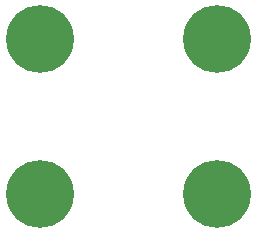
<source format=gbr>
%TF.GenerationSoftware,KiCad,Pcbnew,(6.0.2)*%
%TF.CreationDate,2022-04-19T13:44:57+01:00*%
%TF.ProjectId,1u-mult-panel,31752d6d-756c-4742-9d70-616e656c2e6b,rev?*%
%TF.SameCoordinates,Original*%
%TF.FileFunction,Copper,L1,Top*%
%TF.FilePolarity,Positive*%
%FSLAX46Y46*%
G04 Gerber Fmt 4.6, Leading zero omitted, Abs format (unit mm)*
G04 Created by KiCad (PCBNEW (6.0.2)) date 2022-04-19 13:44:57*
%MOMM*%
%LPD*%
G01*
G04 APERTURE LIST*
%TA.AperFunction,ComponentPad*%
%ADD10C,5.735001*%
%TD*%
G04 APERTURE END LIST*
D10*
%TO.P,,1*%
%TO.N,N/C*%
X-7500000Y6524999D03*
%TD*%
%TO.P,,2*%
%TO.N,N/C*%
X7500000Y6524999D03*
%TD*%
%TO.P,,3*%
%TO.N,N/C*%
X-7500000Y-6575001D03*
%TD*%
%TO.P,,4*%
%TO.N,N/C*%
X7500000Y-6575001D03*
%TD*%
M02*

</source>
